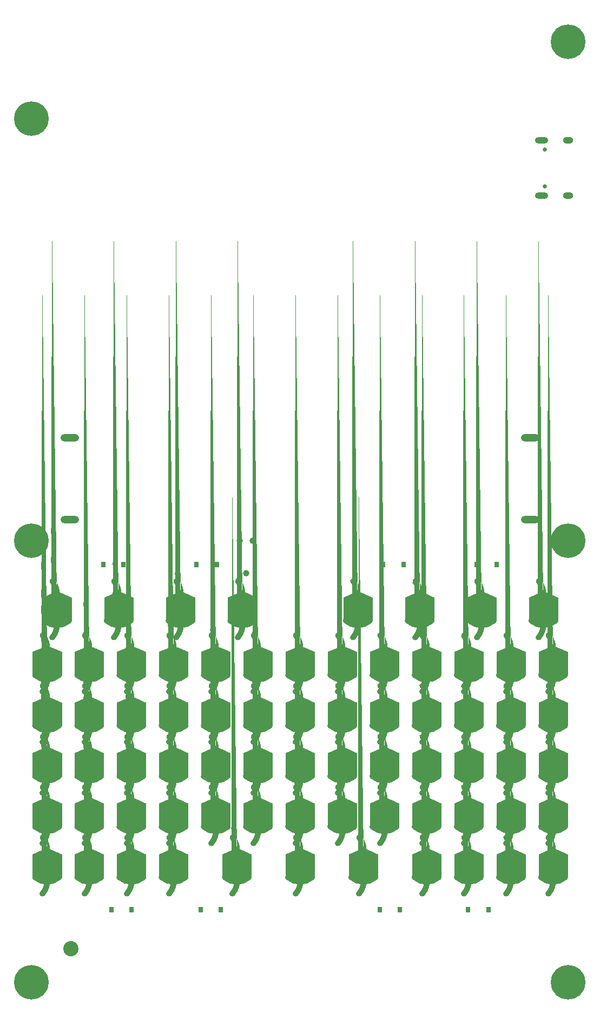
<source format=gbr>
%TF.GenerationSoftware,KiCad,Pcbnew,9.0.4*%
%TF.CreationDate,2025-09-18T14:59:59+02:00*%
%TF.ProjectId,blackpants,626c6163-6b70-4616-9e74-732e6b696361,V2.5*%
%TF.SameCoordinates,Original*%
%TF.FileFunction,Soldermask,Top*%
%TF.FilePolarity,Negative*%
%FSLAX46Y46*%
G04 Gerber Fmt 4.6, Leading zero omitted, Abs format (unit mm)*
G04 Created by KiCad (PCBNEW 9.0.4) date 2025-09-18 14:59:59*
%MOMM*%
%LPD*%
G01*
G04 APERTURE LIST*
G04 Aperture macros list*
%AMFreePoly0*
4,1,52,-0.529408,2.274054,-0.424786,2.220629,-0.337556,2.141945,-0.132558,1.875050,0.044206,1.588672,0.190897,1.285787,0.305993,0.969542,0.388297,0.643224,0.436954,0.310222,0.451459,-0.026003,0.431660,-0.361958,0.377764,-0.694152,0.290330,-1.019133,0.170267,-1.333526,0.018823,-1.634062,-0.162429,-1.917620,-0.371606,-2.181254,-0.460064,-2.258554,-0.565515,-2.310325,-0.680771,-2.333039,
-0.797980,-2.325149,-0.909152,-2.287191,-1.006712,-2.221754,-1.084012,-2.133296,-1.135783,-2.027845,-1.158497,-1.912589,-1.150607,-1.795380,-1.112649,-1.684208,-1.047212,-1.586648,-0.952740,-1.479260,-0.790574,-1.243613,-0.657525,-0.990383,-0.555472,-0.723150,-0.485859,-0.445695,-0.449670,-0.161938,-0.447417,0.124109,-0.479132,0.408401,-0.544366,0.686919,-0.642197,0.955725,-0.771241,1.211020,
-0.929675,1.449193,-1.022444,1.558055,-1.086336,1.656633,-1.122538,1.768390,-1.128581,1.885708,-1.104054,2.000592,-1.050629,2.105214,-0.971945,2.192444,-0.873367,2.256336,-0.761610,2.292538,-0.644292,2.298581,-0.529408,2.274054,-0.529408,2.274054,$1*%
G04 Aperture macros list end*
%ADD10C,0.900000*%
%ADD11C,0.050000*%
%ADD12R,0.670000X0.830000*%
%ADD13C,5.400000*%
%ADD14FreePoly0,90.000000*%
%ADD15FreePoly0,270.000000*%
%ADD16C,2.500000*%
%ADD17C,0.650000*%
%ADD18O,1.600000X1.000000*%
%ADD19O,2.100000X1.000000*%
%ADD20C,2.390000*%
%ADD21O,2.900000X1.200000*%
%ADD22C,0.990600*%
G04 APERTURE END LIST*
D10*
%TO.C,U14*%
X37274995Y-128991020D02*
G75*
G02*
X33560457Y-128978420I-1849996J2150446D01*
G01*
X37274995Y-136891020D02*
G75*
G02*
X33560457Y-136878420I-1849996J2150446D01*
G01*
X37274995Y-144791020D02*
G75*
G02*
X33560457Y-144778420I-1849996J2150446D01*
G01*
X37274995Y-152691020D02*
G75*
G02*
X33560457Y-152678420I-1849996J2150446D01*
G01*
X37274995Y-160591020D02*
G75*
G02*
X33560457Y-160578420I-1849996J2150446D01*
G01*
X38814995Y-120501020D02*
G75*
G02*
X35100457Y-120488420I-1849996J2150446D01*
G01*
X43874995Y-128991020D02*
G75*
G02*
X40160457Y-128978420I-1849996J2150446D01*
G01*
X43874995Y-136891020D02*
G75*
G02*
X40160457Y-136878420I-1849996J2150446D01*
G01*
X43874995Y-144791020D02*
G75*
G02*
X40160457Y-144778420I-1849996J2150446D01*
G01*
X43874995Y-152691020D02*
G75*
G02*
X40160457Y-152678420I-1849996J2150446D01*
G01*
X43874995Y-160591020D02*
G75*
G02*
X40160457Y-160578420I-1849996J2150446D01*
G01*
X48489995Y-120501020D02*
G75*
G02*
X44775457Y-120488420I-1849996J2150446D01*
G01*
X50474995Y-128991020D02*
G75*
G02*
X46760457Y-128978420I-1849996J2150446D01*
G01*
X50474995Y-136891020D02*
G75*
G02*
X46760457Y-136878420I-1849996J2150446D01*
G01*
X50474995Y-144791020D02*
G75*
G02*
X46760457Y-144778420I-1849996J2150446D01*
G01*
X50474995Y-152691020D02*
G75*
G02*
X46760457Y-152678420I-1849996J2150446D01*
G01*
X50474995Y-160591020D02*
G75*
G02*
X46760457Y-160578420I-1849996J2150446D01*
G01*
X57074995Y-128991020D02*
G75*
G02*
X53360457Y-128978420I-1849996J2150446D01*
G01*
X57074995Y-136891020D02*
G75*
G02*
X53360457Y-136878420I-1849996J2150446D01*
G01*
X57074995Y-144791020D02*
G75*
G02*
X53360457Y-144778420I-1849996J2150446D01*
G01*
X57074995Y-152691020D02*
G75*
G02*
X53360457Y-152678420I-1849996J2150446D01*
G01*
X57074995Y-160591020D02*
G75*
G02*
X53360457Y-160578420I-1849996J2150446D01*
G01*
X58164995Y-120501020D02*
G75*
G02*
X54450457Y-120488420I-1849996J2150446D01*
G01*
X63674995Y-128991020D02*
G75*
G02*
X59960457Y-128978420I-1849996J2150446D01*
G01*
X63674995Y-136891020D02*
G75*
G02*
X59960457Y-136878420I-1849996J2150446D01*
G01*
X63674995Y-144791020D02*
G75*
G02*
X59960457Y-144778420I-1849996J2150446D01*
G01*
X63674995Y-152691020D02*
G75*
G02*
X59960457Y-152678420I-1849996J2150446D01*
G01*
X66974995Y-160591020D02*
G75*
G02*
X63260457Y-160578420I-1849996J2150446D01*
G01*
X67839995Y-120501020D02*
G75*
G02*
X64125457Y-120488420I-1849996J2150446D01*
G01*
X70274995Y-128991020D02*
G75*
G02*
X66560457Y-128978420I-1849996J2150446D01*
G01*
X70274995Y-136891020D02*
G75*
G02*
X66560457Y-136878420I-1849996J2150446D01*
G01*
X70274995Y-144791020D02*
G75*
G02*
X66560457Y-144778420I-1849996J2150446D01*
G01*
X70274995Y-152691020D02*
G75*
G02*
X66560457Y-152678420I-1849996J2150446D01*
G01*
X76874995Y-128991020D02*
G75*
G02*
X73160457Y-128978420I-1849996J2150446D01*
G01*
X76874995Y-136891020D02*
G75*
G02*
X73160457Y-136878420I-1849996J2150446D01*
G01*
X76874995Y-144791020D02*
G75*
G02*
X73160457Y-144778420I-1849996J2150446D01*
G01*
X76874995Y-152691020D02*
G75*
G02*
X73160457Y-152678420I-1849996J2150446D01*
G01*
X76874995Y-160591020D02*
G75*
G02*
X73160457Y-160578420I-1849996J2150446D01*
G01*
X83474995Y-128991020D02*
G75*
G02*
X79760458Y-128978419I-1849995J2150442D01*
G01*
X83474995Y-136891020D02*
G75*
G02*
X79760458Y-136878419I-1849995J2150442D01*
G01*
X83474995Y-144791020D02*
G75*
G02*
X79760458Y-144778419I-1849995J2150442D01*
G01*
X83474995Y-152691020D02*
G75*
G02*
X79760458Y-152678419I-1849995J2150442D01*
G01*
X85914995Y-120501020D02*
G75*
G02*
X82200458Y-120488419I-1849995J2150442D01*
G01*
X86774995Y-160591020D02*
G75*
G02*
X83060458Y-160578419I-1849995J2150442D01*
G01*
X90074995Y-128991020D02*
G75*
G02*
X86360458Y-128978419I-1849995J2150442D01*
G01*
X90074995Y-136891020D02*
G75*
G02*
X86360458Y-136878419I-1849995J2150442D01*
G01*
X90074995Y-144791020D02*
G75*
G02*
X86360458Y-144778419I-1849995J2150442D01*
G01*
X90074995Y-152691020D02*
G75*
G02*
X86360458Y-152678419I-1849995J2150442D01*
G01*
X95589995Y-120501020D02*
G75*
G02*
X91875458Y-120488419I-1849995J2150442D01*
G01*
X96674995Y-128991020D02*
G75*
G02*
X92960458Y-128978419I-1849995J2150442D01*
G01*
X96674995Y-136891020D02*
G75*
G02*
X92960458Y-136878419I-1849995J2150442D01*
G01*
X96674995Y-144791020D02*
G75*
G02*
X92960458Y-144778419I-1849995J2150442D01*
G01*
X96674995Y-152691020D02*
G75*
G02*
X92960458Y-152678419I-1849995J2150442D01*
G01*
X96674995Y-160591020D02*
G75*
G02*
X92960458Y-160578419I-1849995J2150442D01*
G01*
X103274995Y-128991020D02*
G75*
G02*
X99560458Y-128978419I-1849995J2150442D01*
G01*
X103274995Y-136891020D02*
G75*
G02*
X99560458Y-136878419I-1849995J2150442D01*
G01*
X103274995Y-144791020D02*
G75*
G02*
X99560458Y-144778419I-1849995J2150442D01*
G01*
X103274995Y-152691020D02*
G75*
G02*
X99560458Y-152678419I-1849995J2150442D01*
G01*
X103274995Y-160591020D02*
G75*
G02*
X99560458Y-160578419I-1849995J2150442D01*
G01*
X105264995Y-120501020D02*
G75*
G02*
X101550458Y-120488419I-1849995J2150442D01*
G01*
X109874995Y-128991020D02*
G75*
G02*
X106160458Y-128978419I-1849995J2150442D01*
G01*
X109874995Y-136891020D02*
G75*
G02*
X106160458Y-136878419I-1849995J2150442D01*
G01*
X109874995Y-144791020D02*
G75*
G02*
X106160458Y-144778419I-1849995J2150442D01*
G01*
X109874995Y-152691020D02*
G75*
G02*
X106160458Y-152678419I-1849995J2150442D01*
G01*
X109874995Y-160591020D02*
G75*
G02*
X106160458Y-160578419I-1849995J2150442D01*
G01*
X114939995Y-120501020D02*
G75*
G02*
X111225458Y-120488419I-1849995J2150442D01*
G01*
X116474995Y-128991020D02*
G75*
G02*
X112760458Y-128978419I-1849995J2150442D01*
G01*
X116474995Y-136891020D02*
G75*
G02*
X112760458Y-136878419I-1849995J2150442D01*
G01*
X116474995Y-144791020D02*
G75*
G02*
X112760458Y-144778419I-1849995J2150442D01*
G01*
X116474995Y-152691020D02*
G75*
G02*
X112760458Y-152678419I-1849995J2150442D01*
G01*
X116474995Y-160591020D02*
G75*
G02*
X112760458Y-160578419I-1849995J2150442D01*
G01*
D11*
X37675000Y-125377278D02*
X37675000Y-128977278D01*
X35425000Y-129977278D01*
X33175000Y-128977278D01*
X33175000Y-125377278D01*
X35425000Y-124377278D01*
X37675000Y-125377278D01*
G36*
X37675000Y-125377278D02*
G01*
X37675000Y-128977278D01*
X35425000Y-129977278D01*
X33175000Y-128977278D01*
X33175000Y-125377278D01*
X35425000Y-124377278D01*
X37675000Y-125377278D01*
G37*
X37675000Y-133277278D02*
X37675000Y-136877278D01*
X35425000Y-137877278D01*
X33175000Y-136877278D01*
X33175000Y-133277278D01*
X35425000Y-132277278D01*
X37675000Y-133277278D01*
G36*
X37675000Y-133277278D02*
G01*
X37675000Y-136877278D01*
X35425000Y-137877278D01*
X33175000Y-136877278D01*
X33175000Y-133277278D01*
X35425000Y-132277278D01*
X37675000Y-133277278D01*
G37*
X37675000Y-141177278D02*
X37675000Y-144777278D01*
X35425000Y-145777278D01*
X33175000Y-144777278D01*
X33175000Y-141177278D01*
X35425000Y-140177278D01*
X37675000Y-141177278D01*
G36*
X37675000Y-141177278D02*
G01*
X37675000Y-144777278D01*
X35425000Y-145777278D01*
X33175000Y-144777278D01*
X33175000Y-141177278D01*
X35425000Y-140177278D01*
X37675000Y-141177278D01*
G37*
X37675000Y-149077278D02*
X37675000Y-152677278D01*
X35425000Y-153677278D01*
X33175000Y-152677278D01*
X33175000Y-149077278D01*
X35425000Y-148077278D01*
X37675000Y-149077278D01*
G36*
X37675000Y-149077278D02*
G01*
X37675000Y-152677278D01*
X35425000Y-153677278D01*
X33175000Y-152677278D01*
X33175000Y-149077278D01*
X35425000Y-148077278D01*
X37675000Y-149077278D01*
G37*
X37675000Y-156977278D02*
X37675000Y-160577278D01*
X35425000Y-161577278D01*
X33175000Y-160577278D01*
X33175000Y-156977278D01*
X35425000Y-155977278D01*
X37675000Y-156977278D01*
G36*
X37675000Y-156977278D02*
G01*
X37675000Y-160577278D01*
X35425000Y-161577278D01*
X33175000Y-160577278D01*
X33175000Y-156977278D01*
X35425000Y-155977278D01*
X37675000Y-156977278D01*
G37*
X39215000Y-116887278D02*
X39215000Y-120487278D01*
X36965000Y-121487278D01*
X34715000Y-120487278D01*
X34715000Y-116887278D01*
X36965000Y-115887278D01*
X39215000Y-116887278D01*
G36*
X39215000Y-116887278D02*
G01*
X39215000Y-120487278D01*
X36965000Y-121487278D01*
X34715000Y-120487278D01*
X34715000Y-116887278D01*
X36965000Y-115887278D01*
X39215000Y-116887278D01*
G37*
X44275000Y-125377278D02*
X44275000Y-128977278D01*
X42025000Y-129977278D01*
X39775000Y-128977278D01*
X39775000Y-125377278D01*
X42025000Y-124377278D01*
X44275000Y-125377278D01*
G36*
X44275000Y-125377278D02*
G01*
X44275000Y-128977278D01*
X42025000Y-129977278D01*
X39775000Y-128977278D01*
X39775000Y-125377278D01*
X42025000Y-124377278D01*
X44275000Y-125377278D01*
G37*
X44275000Y-133277278D02*
X44275000Y-136877278D01*
X42025000Y-137877278D01*
X39775000Y-136877278D01*
X39775000Y-133277278D01*
X42025000Y-132277278D01*
X44275000Y-133277278D01*
G36*
X44275000Y-133277278D02*
G01*
X44275000Y-136877278D01*
X42025000Y-137877278D01*
X39775000Y-136877278D01*
X39775000Y-133277278D01*
X42025000Y-132277278D01*
X44275000Y-133277278D01*
G37*
X44275000Y-141177278D02*
X44275000Y-144777278D01*
X42025000Y-145777278D01*
X39775000Y-144777278D01*
X39775000Y-141177278D01*
X42025000Y-140177278D01*
X44275000Y-141177278D01*
G36*
X44275000Y-141177278D02*
G01*
X44275000Y-144777278D01*
X42025000Y-145777278D01*
X39775000Y-144777278D01*
X39775000Y-141177278D01*
X42025000Y-140177278D01*
X44275000Y-141177278D01*
G37*
X44275000Y-149077278D02*
X44275000Y-152677278D01*
X42025000Y-153677278D01*
X39775000Y-152677278D01*
X39775000Y-149077278D01*
X42025000Y-148077278D01*
X44275000Y-149077278D01*
G36*
X44275000Y-149077278D02*
G01*
X44275000Y-152677278D01*
X42025000Y-153677278D01*
X39775000Y-152677278D01*
X39775000Y-149077278D01*
X42025000Y-148077278D01*
X44275000Y-149077278D01*
G37*
X44275000Y-156977278D02*
X44275000Y-160577278D01*
X42025000Y-161577278D01*
X39775000Y-160577278D01*
X39775000Y-156977278D01*
X42025000Y-155977278D01*
X44275000Y-156977278D01*
G36*
X44275000Y-156977278D02*
G01*
X44275000Y-160577278D01*
X42025000Y-161577278D01*
X39775000Y-160577278D01*
X39775000Y-156977278D01*
X42025000Y-155977278D01*
X44275000Y-156977278D01*
G37*
X48890000Y-116887278D02*
X48890000Y-120487278D01*
X46640000Y-121487278D01*
X44390000Y-120487278D01*
X44390000Y-116887278D01*
X46640000Y-115887278D01*
X48890000Y-116887278D01*
G36*
X48890000Y-116887278D02*
G01*
X48890000Y-120487278D01*
X46640000Y-121487278D01*
X44390000Y-120487278D01*
X44390000Y-116887278D01*
X46640000Y-115887278D01*
X48890000Y-116887278D01*
G37*
X50875000Y-125377278D02*
X50875000Y-128977278D01*
X48625000Y-129977278D01*
X46375000Y-128977278D01*
X46375000Y-125377278D01*
X48625000Y-124377278D01*
X50875000Y-125377278D01*
G36*
X50875000Y-125377278D02*
G01*
X50875000Y-128977278D01*
X48625000Y-129977278D01*
X46375000Y-128977278D01*
X46375000Y-125377278D01*
X48625000Y-124377278D01*
X50875000Y-125377278D01*
G37*
X50875000Y-133277278D02*
X50875000Y-136877278D01*
X48625000Y-137877278D01*
X46375000Y-136877278D01*
X46375000Y-133277278D01*
X48625000Y-132277278D01*
X50875000Y-133277278D01*
G36*
X50875000Y-133277278D02*
G01*
X50875000Y-136877278D01*
X48625000Y-137877278D01*
X46375000Y-136877278D01*
X46375000Y-133277278D01*
X48625000Y-132277278D01*
X50875000Y-133277278D01*
G37*
X50875000Y-141177278D02*
X50875000Y-144777278D01*
X48625000Y-145777278D01*
X46375000Y-144777278D01*
X46375000Y-141177278D01*
X48625000Y-140177278D01*
X50875000Y-141177278D01*
G36*
X50875000Y-141177278D02*
G01*
X50875000Y-144777278D01*
X48625000Y-145777278D01*
X46375000Y-144777278D01*
X46375000Y-141177278D01*
X48625000Y-140177278D01*
X50875000Y-141177278D01*
G37*
X50875000Y-149077278D02*
X50875000Y-152677278D01*
X48625000Y-153677278D01*
X46375000Y-152677278D01*
X46375000Y-149077278D01*
X48625000Y-148077278D01*
X50875000Y-149077278D01*
G36*
X50875000Y-149077278D02*
G01*
X50875000Y-152677278D01*
X48625000Y-153677278D01*
X46375000Y-152677278D01*
X46375000Y-149077278D01*
X48625000Y-148077278D01*
X50875000Y-149077278D01*
G37*
X50875000Y-156977278D02*
X50875000Y-160577278D01*
X48625000Y-161577278D01*
X46375000Y-160577278D01*
X46375000Y-156977278D01*
X48625000Y-155977278D01*
X50875000Y-156977278D01*
G36*
X50875000Y-156977278D02*
G01*
X50875000Y-160577278D01*
X48625000Y-161577278D01*
X46375000Y-160577278D01*
X46375000Y-156977278D01*
X48625000Y-155977278D01*
X50875000Y-156977278D01*
G37*
X57475000Y-125377278D02*
X57475000Y-128977278D01*
X55225000Y-129977278D01*
X52975000Y-128977278D01*
X52975000Y-125377278D01*
X55225000Y-124377278D01*
X57475000Y-125377278D01*
G36*
X57475000Y-125377278D02*
G01*
X57475000Y-128977278D01*
X55225000Y-129977278D01*
X52975000Y-128977278D01*
X52975000Y-125377278D01*
X55225000Y-124377278D01*
X57475000Y-125377278D01*
G37*
X57475000Y-133277278D02*
X57475000Y-136877278D01*
X55225000Y-137877278D01*
X52975000Y-136877278D01*
X52975000Y-133277278D01*
X55225000Y-132277278D01*
X57475000Y-133277278D01*
G36*
X57475000Y-133277278D02*
G01*
X57475000Y-136877278D01*
X55225000Y-137877278D01*
X52975000Y-136877278D01*
X52975000Y-133277278D01*
X55225000Y-132277278D01*
X57475000Y-133277278D01*
G37*
X57475000Y-141177278D02*
X57475000Y-144777278D01*
X55225000Y-145777278D01*
X52975000Y-144777278D01*
X52975000Y-141177278D01*
X55225000Y-140177278D01*
X57475000Y-141177278D01*
G36*
X57475000Y-141177278D02*
G01*
X57475000Y-144777278D01*
X55225000Y-145777278D01*
X52975000Y-144777278D01*
X52975000Y-141177278D01*
X55225000Y-140177278D01*
X57475000Y-141177278D01*
G37*
X57475000Y-149077278D02*
X57475000Y-152677278D01*
X55225000Y-153677278D01*
X52975000Y-152677278D01*
X52975000Y-149077278D01*
X55225000Y-148077278D01*
X57475000Y-149077278D01*
G36*
X57475000Y-149077278D02*
G01*
X57475000Y-152677278D01*
X55225000Y-153677278D01*
X52975000Y-152677278D01*
X52975000Y-149077278D01*
X55225000Y-148077278D01*
X57475000Y-149077278D01*
G37*
X57475000Y-156977278D02*
X57475000Y-160577278D01*
X55225000Y-161577278D01*
X52975000Y-160577278D01*
X52975000Y-156977278D01*
X55225000Y-155977278D01*
X57475000Y-156977278D01*
G36*
X57475000Y-156977278D02*
G01*
X57475000Y-160577278D01*
X55225000Y-161577278D01*
X52975000Y-160577278D01*
X52975000Y-156977278D01*
X55225000Y-155977278D01*
X57475000Y-156977278D01*
G37*
X58565000Y-116887278D02*
X58565000Y-120487278D01*
X56315000Y-121487278D01*
X54065000Y-120487278D01*
X54065000Y-116887278D01*
X56315000Y-115887278D01*
X58565000Y-116887278D01*
G36*
X58565000Y-116887278D02*
G01*
X58565000Y-120487278D01*
X56315000Y-121487278D01*
X54065000Y-120487278D01*
X54065000Y-116887278D01*
X56315000Y-115887278D01*
X58565000Y-116887278D01*
G37*
X64075000Y-125377278D02*
X64075000Y-128977278D01*
X61825000Y-129977278D01*
X59575000Y-128977278D01*
X59575000Y-125377278D01*
X61825000Y-124377278D01*
X64075000Y-125377278D01*
G36*
X64075000Y-125377278D02*
G01*
X64075000Y-128977278D01*
X61825000Y-129977278D01*
X59575000Y-128977278D01*
X59575000Y-125377278D01*
X61825000Y-124377278D01*
X64075000Y-125377278D01*
G37*
X64075000Y-133277278D02*
X64075000Y-136877278D01*
X61825000Y-137877278D01*
X59575000Y-136877278D01*
X59575000Y-133277278D01*
X61825000Y-132277278D01*
X64075000Y-133277278D01*
G36*
X64075000Y-133277278D02*
G01*
X64075000Y-136877278D01*
X61825000Y-137877278D01*
X59575000Y-136877278D01*
X59575000Y-133277278D01*
X61825000Y-132277278D01*
X64075000Y-133277278D01*
G37*
X64075000Y-141177278D02*
X64075000Y-144777278D01*
X61825000Y-145777278D01*
X59575000Y-144777278D01*
X59575000Y-141177278D01*
X61825000Y-140177278D01*
X64075000Y-141177278D01*
G36*
X64075000Y-141177278D02*
G01*
X64075000Y-144777278D01*
X61825000Y-145777278D01*
X59575000Y-144777278D01*
X59575000Y-141177278D01*
X61825000Y-140177278D01*
X64075000Y-141177278D01*
G37*
X64075000Y-149077278D02*
X64075000Y-152677278D01*
X61825000Y-153677278D01*
X59575000Y-152677278D01*
X59575000Y-149077278D01*
X61825000Y-148077278D01*
X64075000Y-149077278D01*
G36*
X64075000Y-149077278D02*
G01*
X64075000Y-152677278D01*
X61825000Y-153677278D01*
X59575000Y-152677278D01*
X59575000Y-149077278D01*
X61825000Y-148077278D01*
X64075000Y-149077278D01*
G37*
X67375000Y-156977278D02*
X67375000Y-160577278D01*
X65125000Y-161577278D01*
X62875000Y-160577278D01*
X62875000Y-156977278D01*
X65125000Y-155977278D01*
X67375000Y-156977278D01*
G36*
X67375000Y-156977278D02*
G01*
X67375000Y-160577278D01*
X65125000Y-161577278D01*
X62875000Y-160577278D01*
X62875000Y-156977278D01*
X65125000Y-155977278D01*
X67375000Y-156977278D01*
G37*
X68240000Y-116887278D02*
X68240000Y-120487278D01*
X65990000Y-121487278D01*
X63740000Y-120487278D01*
X63740000Y-116887278D01*
X65990000Y-115887278D01*
X68240000Y-116887278D01*
G36*
X68240000Y-116887278D02*
G01*
X68240000Y-120487278D01*
X65990000Y-121487278D01*
X63740000Y-120487278D01*
X63740000Y-116887278D01*
X65990000Y-115887278D01*
X68240000Y-116887278D01*
G37*
X70675000Y-125377278D02*
X70675000Y-128977278D01*
X68425000Y-129977278D01*
X66175000Y-128977278D01*
X66175000Y-125377278D01*
X68425000Y-124377278D01*
X70675000Y-125377278D01*
G36*
X70675000Y-125377278D02*
G01*
X70675000Y-128977278D01*
X68425000Y-129977278D01*
X66175000Y-128977278D01*
X66175000Y-125377278D01*
X68425000Y-124377278D01*
X70675000Y-125377278D01*
G37*
X70675000Y-133277278D02*
X70675000Y-136877278D01*
X68425000Y-137877278D01*
X66175000Y-136877278D01*
X66175000Y-133277278D01*
X68425000Y-132277278D01*
X70675000Y-133277278D01*
G36*
X70675000Y-133277278D02*
G01*
X70675000Y-136877278D01*
X68425000Y-137877278D01*
X66175000Y-136877278D01*
X66175000Y-133277278D01*
X68425000Y-132277278D01*
X70675000Y-133277278D01*
G37*
X70675000Y-141177278D02*
X70675000Y-144777278D01*
X68425000Y-145777278D01*
X66175000Y-144777278D01*
X66175000Y-141177278D01*
X68425000Y-140177278D01*
X70675000Y-141177278D01*
G36*
X70675000Y-141177278D02*
G01*
X70675000Y-144777278D01*
X68425000Y-145777278D01*
X66175000Y-144777278D01*
X66175000Y-141177278D01*
X68425000Y-140177278D01*
X70675000Y-141177278D01*
G37*
X70675000Y-149077278D02*
X70675000Y-152677278D01*
X68425000Y-153677278D01*
X66175000Y-152677278D01*
X66175000Y-149077278D01*
X68425000Y-148077278D01*
X70675000Y-149077278D01*
G36*
X70675000Y-149077278D02*
G01*
X70675000Y-152677278D01*
X68425000Y-153677278D01*
X66175000Y-152677278D01*
X66175000Y-149077278D01*
X68425000Y-148077278D01*
X70675000Y-149077278D01*
G37*
X77275000Y-125377278D02*
X77275000Y-128977278D01*
X75025000Y-129977278D01*
X72775000Y-128977278D01*
X72775000Y-125377278D01*
X75025000Y-124377278D01*
X77275000Y-125377278D01*
G36*
X77275000Y-125377278D02*
G01*
X77275000Y-128977278D01*
X75025000Y-129977278D01*
X72775000Y-128977278D01*
X72775000Y-125377278D01*
X75025000Y-124377278D01*
X77275000Y-125377278D01*
G37*
X77275000Y-133277278D02*
X77275000Y-136877278D01*
X75025000Y-137877278D01*
X72775000Y-136877278D01*
X72775000Y-133277278D01*
X75025000Y-132277278D01*
X77275000Y-133277278D01*
G36*
X77275000Y-133277278D02*
G01*
X77275000Y-136877278D01*
X75025000Y-137877278D01*
X72775000Y-136877278D01*
X72775000Y-133277278D01*
X75025000Y-132277278D01*
X77275000Y-133277278D01*
G37*
X77275000Y-141177278D02*
X77275000Y-144777278D01*
X75025000Y-145777278D01*
X72775000Y-144777278D01*
X72775000Y-141177278D01*
X75025000Y-140177278D01*
X77275000Y-141177278D01*
G36*
X77275000Y-141177278D02*
G01*
X77275000Y-144777278D01*
X75025000Y-145777278D01*
X72775000Y-144777278D01*
X72775000Y-141177278D01*
X75025000Y-140177278D01*
X77275000Y-141177278D01*
G37*
X77275000Y-149077278D02*
X77275000Y-152677278D01*
X75025000Y-153677278D01*
X72775000Y-152677278D01*
X72775000Y-149077278D01*
X75025000Y-148077278D01*
X77275000Y-149077278D01*
G36*
X77275000Y-149077278D02*
G01*
X77275000Y-152677278D01*
X75025000Y-153677278D01*
X72775000Y-152677278D01*
X72775000Y-149077278D01*
X75025000Y-148077278D01*
X77275000Y-149077278D01*
G37*
X77275000Y-156977278D02*
X77275000Y-160577278D01*
X75025000Y-161577278D01*
X72775000Y-160577278D01*
X72775000Y-156977278D01*
X75025000Y-155977278D01*
X77275000Y-156977278D01*
G36*
X77275000Y-156977278D02*
G01*
X77275000Y-160577278D01*
X75025000Y-161577278D01*
X72775000Y-160577278D01*
X72775000Y-156977278D01*
X75025000Y-155977278D01*
X77275000Y-156977278D01*
G37*
X83875000Y-125377278D02*
X83875000Y-128977278D01*
X81625000Y-129977278D01*
X79375000Y-128977278D01*
X79375000Y-125377278D01*
X81625000Y-124377278D01*
X83875000Y-125377278D01*
G36*
X83875000Y-125377278D02*
G01*
X83875000Y-128977278D01*
X81625000Y-129977278D01*
X79375000Y-128977278D01*
X79375000Y-125377278D01*
X81625000Y-124377278D01*
X83875000Y-125377278D01*
G37*
X83875000Y-133277278D02*
X83875000Y-136877278D01*
X81625000Y-137877278D01*
X79375000Y-136877278D01*
X79375000Y-133277278D01*
X81625000Y-132277278D01*
X83875000Y-133277278D01*
G36*
X83875000Y-133277278D02*
G01*
X83875000Y-136877278D01*
X81625000Y-137877278D01*
X79375000Y-136877278D01*
X79375000Y-133277278D01*
X81625000Y-132277278D01*
X83875000Y-133277278D01*
G37*
X83875000Y-141177278D02*
X83875000Y-144777278D01*
X81625000Y-145777278D01*
X79375000Y-144777278D01*
X79375000Y-141177278D01*
X81625000Y-140177278D01*
X83875000Y-141177278D01*
G36*
X83875000Y-141177278D02*
G01*
X83875000Y-144777278D01*
X81625000Y-145777278D01*
X79375000Y-144777278D01*
X79375000Y-141177278D01*
X81625000Y-140177278D01*
X83875000Y-141177278D01*
G37*
X83875000Y-149077278D02*
X83875000Y-152677278D01*
X81625000Y-153677278D01*
X79375000Y-152677278D01*
X79375000Y-149077278D01*
X81625000Y-148077278D01*
X83875000Y-149077278D01*
G36*
X83875000Y-149077278D02*
G01*
X83875000Y-152677278D01*
X81625000Y-153677278D01*
X79375000Y-152677278D01*
X79375000Y-149077278D01*
X81625000Y-148077278D01*
X83875000Y-149077278D01*
G37*
X86315000Y-116887278D02*
X86315000Y-120487278D01*
X84065000Y-121487278D01*
X81815000Y-120487278D01*
X81815000Y-116887278D01*
X84065000Y-115887278D01*
X86315000Y-116887278D01*
G36*
X86315000Y-116887278D02*
G01*
X86315000Y-120487278D01*
X84065000Y-121487278D01*
X81815000Y-120487278D01*
X81815000Y-116887278D01*
X84065000Y-115887278D01*
X86315000Y-116887278D01*
G37*
X87175000Y-156977278D02*
X87175000Y-160577278D01*
X84925000Y-161577278D01*
X82675000Y-160577278D01*
X82675000Y-156977278D01*
X84925000Y-155977278D01*
X87175000Y-156977278D01*
G36*
X87175000Y-156977278D02*
G01*
X87175000Y-160577278D01*
X84925000Y-161577278D01*
X82675000Y-160577278D01*
X82675000Y-156977278D01*
X84925000Y-155977278D01*
X87175000Y-156977278D01*
G37*
X90475000Y-125377278D02*
X90475000Y-128977278D01*
X88225000Y-129977278D01*
X85975000Y-128977278D01*
X85975000Y-125377278D01*
X88225000Y-124377278D01*
X90475000Y-125377278D01*
G36*
X90475000Y-125377278D02*
G01*
X90475000Y-128977278D01*
X88225000Y-129977278D01*
X85975000Y-128977278D01*
X85975000Y-125377278D01*
X88225000Y-124377278D01*
X90475000Y-125377278D01*
G37*
X90475000Y-133277278D02*
X90475000Y-136877278D01*
X88225000Y-137877278D01*
X85975000Y-136877278D01*
X85975000Y-133277278D01*
X88225000Y-132277278D01*
X90475000Y-133277278D01*
G36*
X90475000Y-133277278D02*
G01*
X90475000Y-136877278D01*
X88225000Y-137877278D01*
X85975000Y-136877278D01*
X85975000Y-133277278D01*
X88225000Y-132277278D01*
X90475000Y-133277278D01*
G37*
X90475000Y-141177278D02*
X90475000Y-144777278D01*
X88225000Y-145777278D01*
X85975000Y-144777278D01*
X85975000Y-141177278D01*
X88225000Y-140177278D01*
X90475000Y-141177278D01*
G36*
X90475000Y-141177278D02*
G01*
X90475000Y-144777278D01*
X88225000Y-145777278D01*
X85975000Y-144777278D01*
X85975000Y-141177278D01*
X88225000Y-140177278D01*
X90475000Y-141177278D01*
G37*
X90475000Y-149077278D02*
X90475000Y-152677278D01*
X88225000Y-153677278D01*
X85975000Y-152677278D01*
X85975000Y-149077278D01*
X88225000Y-148077278D01*
X90475000Y-149077278D01*
G36*
X90475000Y-149077278D02*
G01*
X90475000Y-152677278D01*
X88225000Y-153677278D01*
X85975000Y-152677278D01*
X85975000Y-149077278D01*
X88225000Y-148077278D01*
X90475000Y-149077278D01*
G37*
X95990000Y-116887278D02*
X95990000Y-120487278D01*
X93740000Y-121487278D01*
X91490000Y-120487278D01*
X91490000Y-116887278D01*
X93740000Y-115887278D01*
X95990000Y-116887278D01*
G36*
X95990000Y-116887278D02*
G01*
X95990000Y-120487278D01*
X93740000Y-121487278D01*
X91490000Y-120487278D01*
X91490000Y-116887278D01*
X93740000Y-115887278D01*
X95990000Y-116887278D01*
G37*
X97075000Y-125377278D02*
X97075000Y-128977278D01*
X94825000Y-129977278D01*
X92575000Y-128977278D01*
X92575000Y-125377278D01*
X94825000Y-124377278D01*
X97075000Y-125377278D01*
G36*
X97075000Y-125377278D02*
G01*
X97075000Y-128977278D01*
X94825000Y-129977278D01*
X92575000Y-128977278D01*
X92575000Y-125377278D01*
X94825000Y-124377278D01*
X97075000Y-125377278D01*
G37*
X97075000Y-133277278D02*
X97075000Y-136877278D01*
X94825000Y-137877278D01*
X92575000Y-136877278D01*
X92575000Y-133277278D01*
X94825000Y-132277278D01*
X97075000Y-133277278D01*
G36*
X97075000Y-133277278D02*
G01*
X97075000Y-136877278D01*
X94825000Y-137877278D01*
X92575000Y-136877278D01*
X92575000Y-133277278D01*
X94825000Y-132277278D01*
X97075000Y-133277278D01*
G37*
X97075000Y-141177278D02*
X97075000Y-144777278D01*
X94825000Y-145777278D01*
X92575000Y-144777278D01*
X92575000Y-141177278D01*
X94825000Y-140177278D01*
X97075000Y-141177278D01*
G36*
X97075000Y-141177278D02*
G01*
X97075000Y-144777278D01*
X94825000Y-145777278D01*
X92575000Y-144777278D01*
X92575000Y-141177278D01*
X94825000Y-140177278D01*
X97075000Y-141177278D01*
G37*
X97075000Y-149077278D02*
X97075000Y-152677278D01*
X94825000Y-153677278D01*
X92575000Y-152677278D01*
X92575000Y-149077278D01*
X94825000Y-148077278D01*
X97075000Y-149077278D01*
G36*
X97075000Y-149077278D02*
G01*
X97075000Y-152677278D01*
X94825000Y-153677278D01*
X92575000Y-152677278D01*
X92575000Y-149077278D01*
X94825000Y-148077278D01*
X97075000Y-149077278D01*
G37*
X97075000Y-156977278D02*
X97075000Y-160577278D01*
X94825000Y-161577278D01*
X92575000Y-160577278D01*
X92575000Y-156977278D01*
X94825000Y-155977278D01*
X97075000Y-156977278D01*
G36*
X97075000Y-156977278D02*
G01*
X97075000Y-160577278D01*
X94825000Y-161577278D01*
X92575000Y-160577278D01*
X92575000Y-156977278D01*
X94825000Y-155977278D01*
X97075000Y-156977278D01*
G37*
X103675000Y-125377278D02*
X103675000Y-128977278D01*
X101425000Y-129977278D01*
X99175000Y-128977278D01*
X99175000Y-125377278D01*
X101425000Y-124377278D01*
X103675000Y-125377278D01*
G36*
X103675000Y-125377278D02*
G01*
X103675000Y-128977278D01*
X101425000Y-129977278D01*
X99175000Y-128977278D01*
X99175000Y-125377278D01*
X101425000Y-124377278D01*
X103675000Y-125377278D01*
G37*
X103675000Y-133277278D02*
X103675000Y-136877278D01*
X101425000Y-137877278D01*
X99175000Y-136877278D01*
X99175000Y-133277278D01*
X101425000Y-132277278D01*
X103675000Y-133277278D01*
G36*
X103675000Y-133277278D02*
G01*
X103675000Y-136877278D01*
X101425000Y-137877278D01*
X99175000Y-136877278D01*
X99175000Y-133277278D01*
X101425000Y-132277278D01*
X103675000Y-133277278D01*
G37*
X103675000Y-141177278D02*
X103675000Y-144777278D01*
X101425000Y-145777278D01*
X99175000Y-144777278D01*
X99175000Y-141177278D01*
X101425000Y-140177278D01*
X103675000Y-141177278D01*
G36*
X103675000Y-141177278D02*
G01*
X103675000Y-144777278D01*
X101425000Y-145777278D01*
X99175000Y-144777278D01*
X99175000Y-141177278D01*
X101425000Y-140177278D01*
X103675000Y-141177278D01*
G37*
X103675000Y-149077278D02*
X103675000Y-152677278D01*
X101425000Y-153677278D01*
X99175000Y-152677278D01*
X99175000Y-149077278D01*
X101425000Y-148077278D01*
X103675000Y-149077278D01*
G36*
X103675000Y-149077278D02*
G01*
X103675000Y-152677278D01*
X101425000Y-153677278D01*
X99175000Y-152677278D01*
X99175000Y-149077278D01*
X101425000Y-148077278D01*
X103675000Y-149077278D01*
G37*
X103675000Y-156977278D02*
X103675000Y-160577278D01*
X101425000Y-161577278D01*
X99175000Y-160577278D01*
X99175000Y-156977278D01*
X101425000Y-155977278D01*
X103675000Y-156977278D01*
G36*
X103675000Y-156977278D02*
G01*
X103675000Y-160577278D01*
X101425000Y-161577278D01*
X99175000Y-160577278D01*
X99175000Y-156977278D01*
X101425000Y-155977278D01*
X103675000Y-156977278D01*
G37*
X105665000Y-116887278D02*
X105665000Y-120487278D01*
X103415000Y-121487278D01*
X101165000Y-120487278D01*
X101165000Y-116887278D01*
X103415000Y-115887278D01*
X105665000Y-116887278D01*
G36*
X105665000Y-116887278D02*
G01*
X105665000Y-120487278D01*
X103415000Y-121487278D01*
X101165000Y-120487278D01*
X101165000Y-116887278D01*
X103415000Y-115887278D01*
X105665000Y-116887278D01*
G37*
X110275000Y-125377278D02*
X110275000Y-128977278D01*
X108025000Y-129977278D01*
X105775000Y-128977278D01*
X105775000Y-125377278D01*
X108025000Y-124377278D01*
X110275000Y-125377278D01*
G36*
X110275000Y-125377278D02*
G01*
X110275000Y-128977278D01*
X108025000Y-129977278D01*
X105775000Y-128977278D01*
X105775000Y-125377278D01*
X108025000Y-124377278D01*
X110275000Y-125377278D01*
G37*
X110275000Y-133277278D02*
X110275000Y-136877278D01*
X108025000Y-137877278D01*
X105775000Y-136877278D01*
X105775000Y-133277278D01*
X108025000Y-132277278D01*
X110275000Y-133277278D01*
G36*
X110275000Y-133277278D02*
G01*
X110275000Y-136877278D01*
X108025000Y-137877278D01*
X105775000Y-136877278D01*
X105775000Y-133277278D01*
X108025000Y-132277278D01*
X110275000Y-133277278D01*
G37*
X110275000Y-141177278D02*
X110275000Y-144777278D01*
X108025000Y-145777278D01*
X105775000Y-144777278D01*
X105775000Y-141177278D01*
X108025000Y-140177278D01*
X110275000Y-141177278D01*
G36*
X110275000Y-141177278D02*
G01*
X110275000Y-144777278D01*
X108025000Y-145777278D01*
X105775000Y-144777278D01*
X105775000Y-141177278D01*
X108025000Y-140177278D01*
X110275000Y-141177278D01*
G37*
X110275000Y-149077278D02*
X110275000Y-152677278D01*
X108025000Y-153677278D01*
X105775000Y-152677278D01*
X105775000Y-149077278D01*
X108025000Y-148077278D01*
X110275000Y-149077278D01*
G36*
X110275000Y-149077278D02*
G01*
X110275000Y-152677278D01*
X108025000Y-153677278D01*
X105775000Y-152677278D01*
X105775000Y-149077278D01*
X108025000Y-148077278D01*
X110275000Y-149077278D01*
G37*
X110275000Y-156977278D02*
X110275000Y-160577278D01*
X108025000Y-161577278D01*
X105775000Y-160577278D01*
X105775000Y-156977278D01*
X108025000Y-155977278D01*
X110275000Y-156977278D01*
G36*
X110275000Y-156977278D02*
G01*
X110275000Y-160577278D01*
X108025000Y-161577278D01*
X105775000Y-160577278D01*
X105775000Y-156977278D01*
X108025000Y-155977278D01*
X110275000Y-156977278D01*
G37*
X115340000Y-116887278D02*
X115340000Y-120487278D01*
X113090000Y-121487278D01*
X110840000Y-120487278D01*
X110840000Y-116887278D01*
X113090000Y-115887278D01*
X115340000Y-116887278D01*
G36*
X115340000Y-116887278D02*
G01*
X115340000Y-120487278D01*
X113090000Y-121487278D01*
X110840000Y-120487278D01*
X110840000Y-116887278D01*
X113090000Y-115887278D01*
X115340000Y-116887278D01*
G37*
X116875000Y-125377278D02*
X116875000Y-128977278D01*
X114625000Y-129977278D01*
X112375000Y-128977278D01*
X112375000Y-125377278D01*
X114625000Y-124377278D01*
X116875000Y-125377278D01*
G36*
X116875000Y-125377278D02*
G01*
X116875000Y-128977278D01*
X114625000Y-129977278D01*
X112375000Y-128977278D01*
X112375000Y-125377278D01*
X114625000Y-124377278D01*
X116875000Y-125377278D01*
G37*
X116875000Y-133277278D02*
X116875000Y-136877278D01*
X114625000Y-137877278D01*
X112375000Y-136877278D01*
X112375000Y-133277278D01*
X114625000Y-132277278D01*
X116875000Y-133277278D01*
G36*
X116875000Y-133277278D02*
G01*
X116875000Y-136877278D01*
X114625000Y-137877278D01*
X112375000Y-136877278D01*
X112375000Y-133277278D01*
X114625000Y-132277278D01*
X116875000Y-133277278D01*
G37*
X116875000Y-141177278D02*
X116875000Y-144777278D01*
X114625000Y-145777278D01*
X112375000Y-144777278D01*
X112375000Y-141177278D01*
X114625000Y-140177278D01*
X116875000Y-141177278D01*
G36*
X116875000Y-141177278D02*
G01*
X116875000Y-144777278D01*
X114625000Y-145777278D01*
X112375000Y-144777278D01*
X112375000Y-141177278D01*
X114625000Y-140177278D01*
X116875000Y-141177278D01*
G37*
X116875000Y-149077278D02*
X116875000Y-152677278D01*
X114625000Y-153677278D01*
X112375000Y-152677278D01*
X112375000Y-149077278D01*
X114625000Y-148077278D01*
X116875000Y-149077278D01*
G36*
X116875000Y-149077278D02*
G01*
X116875000Y-152677278D01*
X114625000Y-153677278D01*
X112375000Y-152677278D01*
X112375000Y-149077278D01*
X114625000Y-148077278D01*
X116875000Y-149077278D01*
G37*
X116875000Y-156977278D02*
X116875000Y-160577278D01*
X114625000Y-161577278D01*
X112375000Y-160577278D01*
X112375000Y-156977278D01*
X114625000Y-155977278D01*
X116875000Y-156977278D01*
G36*
X116875000Y-156977278D02*
G01*
X116875000Y-160577278D01*
X114625000Y-161577278D01*
X112375000Y-160577278D01*
X112375000Y-156977278D01*
X114625000Y-155977278D01*
X116875000Y-156977278D01*
G37*
%TD*%
D12*
%TO.C,D15*%
X48641202Y-165639999D03*
X45471202Y-165639999D03*
%TD*%
%TO.C,D16*%
X62650002Y-165639999D03*
X59480002Y-165639999D03*
%TD*%
D13*
%TO.C,H2*%
X117000000Y-30000000D03*
%TD*%
D12*
%TO.C,D18*%
X104500002Y-165639999D03*
X101330002Y-165639999D03*
%TD*%
%TO.C,D22*%
X102630002Y-111709999D03*
X105800002Y-111709999D03*
%TD*%
%TO.C,D21*%
X88015002Y-111704999D03*
X91185002Y-111704999D03*
%TD*%
D13*
%TO.C,H1*%
X33000000Y-42000000D03*
%TD*%
%TO.C,H7*%
X117000000Y-108000000D03*
%TD*%
%TO.C,H6*%
X33000000Y-108000000D03*
%TD*%
D14*
%TO.C,U14*%
X36965000Y-116187278D03*
D15*
X36965698Y-121182000D03*
D16*
X36965000Y-118687278D03*
D15*
X46635698Y-121182000D03*
D14*
X46640000Y-116187278D03*
D16*
X46640000Y-118687278D03*
D14*
X56315000Y-116187278D03*
D15*
X56315698Y-121182000D03*
D16*
X56315000Y-118687278D03*
D14*
X65990000Y-116187278D03*
D15*
X65995698Y-121182000D03*
D16*
X65990000Y-118687278D03*
D14*
X84065000Y-116187278D03*
D15*
X84065698Y-121182000D03*
D16*
X84065000Y-118687278D03*
D15*
X93735698Y-121182000D03*
D14*
X93740000Y-116187278D03*
D16*
X93740000Y-118687278D03*
D14*
X103415000Y-116187278D03*
D15*
X103415698Y-121182000D03*
D16*
X103415000Y-118687278D03*
D15*
X113085698Y-121182000D03*
D14*
X113090000Y-116187278D03*
D16*
X113090000Y-118687278D03*
D14*
X35425000Y-124677278D03*
D15*
X35425698Y-129672000D03*
D16*
X35425000Y-127177278D03*
D14*
X42025000Y-124677278D03*
D15*
X42025698Y-129672000D03*
D16*
X42025000Y-127177278D03*
D14*
X48625000Y-124677278D03*
D15*
X48625698Y-129672000D03*
D16*
X48625000Y-127177278D03*
D14*
X55225000Y-124677278D03*
D15*
X55225698Y-129672000D03*
D16*
X55225000Y-127177278D03*
D14*
X61825000Y-124677278D03*
D15*
X61825698Y-129672000D03*
D16*
X61825000Y-127177278D03*
D14*
X68425000Y-124677278D03*
D15*
X68425698Y-129672000D03*
D16*
X68425000Y-127177278D03*
D14*
X75025000Y-124677278D03*
D15*
X75025698Y-129672000D03*
D16*
X75025000Y-127177278D03*
D14*
X81625000Y-124677278D03*
D15*
X81625698Y-129672000D03*
D16*
X81625000Y-127177278D03*
D14*
X88225000Y-124677278D03*
D15*
X88225698Y-129672000D03*
D16*
X88225000Y-127177278D03*
D14*
X94825000Y-124677278D03*
D15*
X94825698Y-129672000D03*
D16*
X94825000Y-127177278D03*
D14*
X101425000Y-124677278D03*
D15*
X101425698Y-129672000D03*
D16*
X101425000Y-127177278D03*
D14*
X108025000Y-124677278D03*
D15*
X108025698Y-129672000D03*
D16*
X108025000Y-127177278D03*
D14*
X114625000Y-124677278D03*
D15*
X114625698Y-129672000D03*
D16*
X114625000Y-127177278D03*
D14*
X35425000Y-132577278D03*
D15*
X35425698Y-137572000D03*
D16*
X35425000Y-135077278D03*
D14*
X42025000Y-132577278D03*
D15*
X42025698Y-137572000D03*
D16*
X42025000Y-135077278D03*
D14*
X48625000Y-132577278D03*
D15*
X48625698Y-137572000D03*
D16*
X48625000Y-135077278D03*
D14*
X55225000Y-132577278D03*
D15*
X55225698Y-137572000D03*
D16*
X55225000Y-135077278D03*
D14*
X61825000Y-132577278D03*
D15*
X61825698Y-137572000D03*
D16*
X61825000Y-135077278D03*
D14*
X68425000Y-132577278D03*
D15*
X68425698Y-137572000D03*
D16*
X68425000Y-135077278D03*
D14*
X75025000Y-132577278D03*
D15*
X75025698Y-137572000D03*
D16*
X75025000Y-135077278D03*
D14*
X81625000Y-132577278D03*
D15*
X81625698Y-137572000D03*
D16*
X81625000Y-135077278D03*
D14*
X88225000Y-132577278D03*
D15*
X88225698Y-137572000D03*
D16*
X88225000Y-135077278D03*
D14*
X94825000Y-132577278D03*
D15*
X94825698Y-137572000D03*
D16*
X94825000Y-135077278D03*
D14*
X101425000Y-132577278D03*
D15*
X101425698Y-137572000D03*
D16*
X101425000Y-135077278D03*
D14*
X108025000Y-132577278D03*
D15*
X108025698Y-137572000D03*
D16*
X108025000Y-135077278D03*
D14*
X114625000Y-132577278D03*
D15*
X114625698Y-137572000D03*
D16*
X114625000Y-135077278D03*
D14*
X35425000Y-140477278D03*
D15*
X35425698Y-145472000D03*
D16*
X35425000Y-142977278D03*
D14*
X42025000Y-140477278D03*
D15*
X42025698Y-145472000D03*
D16*
X42025000Y-142977278D03*
D14*
X48625000Y-140477278D03*
D15*
X48625698Y-145472000D03*
D16*
X48625000Y-142977278D03*
D14*
X55225000Y-140477278D03*
D15*
X55225698Y-145472000D03*
D16*
X55225000Y-142977278D03*
D14*
X61825000Y-140477278D03*
D15*
X61825698Y-145472000D03*
D16*
X61825000Y-142977278D03*
D14*
X68425000Y-140477278D03*
D15*
X68425698Y-145472000D03*
D16*
X68425000Y-142977278D03*
D14*
X75025000Y-140477278D03*
D15*
X75025698Y-145472000D03*
D16*
X75025000Y-142977278D03*
D14*
X81625000Y-140477278D03*
D15*
X81625698Y-145472000D03*
D16*
X81625000Y-142977278D03*
D14*
X88225000Y-140477278D03*
D15*
X88225698Y-145472000D03*
D16*
X88225000Y-142977278D03*
D14*
X94825000Y-140477278D03*
D15*
X94825698Y-145472000D03*
D16*
X94825000Y-142977278D03*
D14*
X101425000Y-140477278D03*
D15*
X101425698Y-145472000D03*
D16*
X101425000Y-142977278D03*
D14*
X108025000Y-140477278D03*
D15*
X108025698Y-145472000D03*
D16*
X108025000Y-142977278D03*
D14*
X114625000Y-140477278D03*
D15*
X114625698Y-145472000D03*
D16*
X114625000Y-142977278D03*
D14*
X35425000Y-148377278D03*
D15*
X35425698Y-153372000D03*
D16*
X35425000Y-150877278D03*
D14*
X42025000Y-148377278D03*
D15*
X42025698Y-153372000D03*
D16*
X42025000Y-150877278D03*
D14*
X48625000Y-148377278D03*
D15*
X48625698Y-153372000D03*
D16*
X48625000Y-150877278D03*
D14*
X55225000Y-148377278D03*
D15*
X55225698Y-153372000D03*
D16*
X55225000Y-150877278D03*
D14*
X61825000Y-148377278D03*
D15*
X61825698Y-153372000D03*
D16*
X61825000Y-150877278D03*
D14*
X68425000Y-148377278D03*
D15*
X68425698Y-153372000D03*
D16*
X68425000Y-150877278D03*
D14*
X75025000Y-148377278D03*
D15*
X75025698Y-153372000D03*
D16*
X75025000Y-150877278D03*
D14*
X81625000Y-148377278D03*
D15*
X81625698Y-153372000D03*
D16*
X81625000Y-150877278D03*
D14*
X88225000Y-148377278D03*
D15*
X88225698Y-153372000D03*
D16*
X88225000Y-150877278D03*
D14*
X94825000Y-148377278D03*
D15*
X94825698Y-153372000D03*
D16*
X94825000Y-150877278D03*
D14*
X101425000Y-148377278D03*
D15*
X101425698Y-153372000D03*
D16*
X101425000Y-150877278D03*
D14*
X108025000Y-148377278D03*
D15*
X108025698Y-153372000D03*
D16*
X108025000Y-150877278D03*
D14*
X114625000Y-148377278D03*
D15*
X114625698Y-153372000D03*
D16*
X114625000Y-150877278D03*
D14*
X35425000Y-156277278D03*
D15*
X35425698Y-161272000D03*
D16*
X35425000Y-158777278D03*
D14*
X42025000Y-156277278D03*
D15*
X42025698Y-161272000D03*
D16*
X42025000Y-158777278D03*
D14*
X48625000Y-156277278D03*
D15*
X48625698Y-161272000D03*
D16*
X48625000Y-158777278D03*
D14*
X55225000Y-156277278D03*
D15*
X55225698Y-161272000D03*
D16*
X55225000Y-158777278D03*
D14*
X65125000Y-156277278D03*
D15*
X65125698Y-161272000D03*
D16*
X65125000Y-158777278D03*
D14*
X75025000Y-156277278D03*
D15*
X75025698Y-161272000D03*
D16*
X75025000Y-158777278D03*
D14*
X84925000Y-156277278D03*
D15*
X84925698Y-161272000D03*
D16*
X84925000Y-158777278D03*
D14*
X94825000Y-156277278D03*
D15*
X94825698Y-161272000D03*
D16*
X94825000Y-158777278D03*
D14*
X101425000Y-156277278D03*
D15*
X101425698Y-161272000D03*
D16*
X101425000Y-158777278D03*
D14*
X108025000Y-156277278D03*
D15*
X108025698Y-161272000D03*
D16*
X108025000Y-158777278D03*
D14*
X114625000Y-156277278D03*
D15*
X114625698Y-161272000D03*
D16*
X114625000Y-158777278D03*
%TD*%
D13*
%TO.C,H4*%
X33000000Y-177000000D03*
%TD*%
D12*
%TO.C,D20*%
X58815002Y-111709999D03*
X61985002Y-111709999D03*
%TD*%
%TO.C,D19*%
X44224754Y-111707538D03*
X47394754Y-111707538D03*
%TD*%
D13*
%TO.C,H3*%
X117000000Y-177000000D03*
%TD*%
D12*
%TO.C,D17*%
X90650002Y-165639999D03*
X87480002Y-165639999D03*
%TD*%
D17*
%TO.C,J8*%
X113310000Y-46870000D03*
X113310000Y-52650000D03*
D18*
X116960000Y-45440000D03*
D19*
X112780000Y-45440000D03*
D18*
X116960000Y-54080000D03*
D19*
X112780000Y-54080000D03*
%TD*%
D20*
%TO.C,BT1*%
X39175000Y-171700000D03*
%TD*%
D21*
%TO.C,J4*%
X111050000Y-91900000D03*
X111050000Y-104700000D03*
%TD*%
D22*
%TO.C,J3*%
X66565000Y-113070000D03*
X65549000Y-107990000D03*
X67581000Y-107990000D03*
%TD*%
D21*
%TO.C,J5*%
X38950000Y-104700000D03*
X38950000Y-91900000D03*
%TD*%
M02*

</source>
